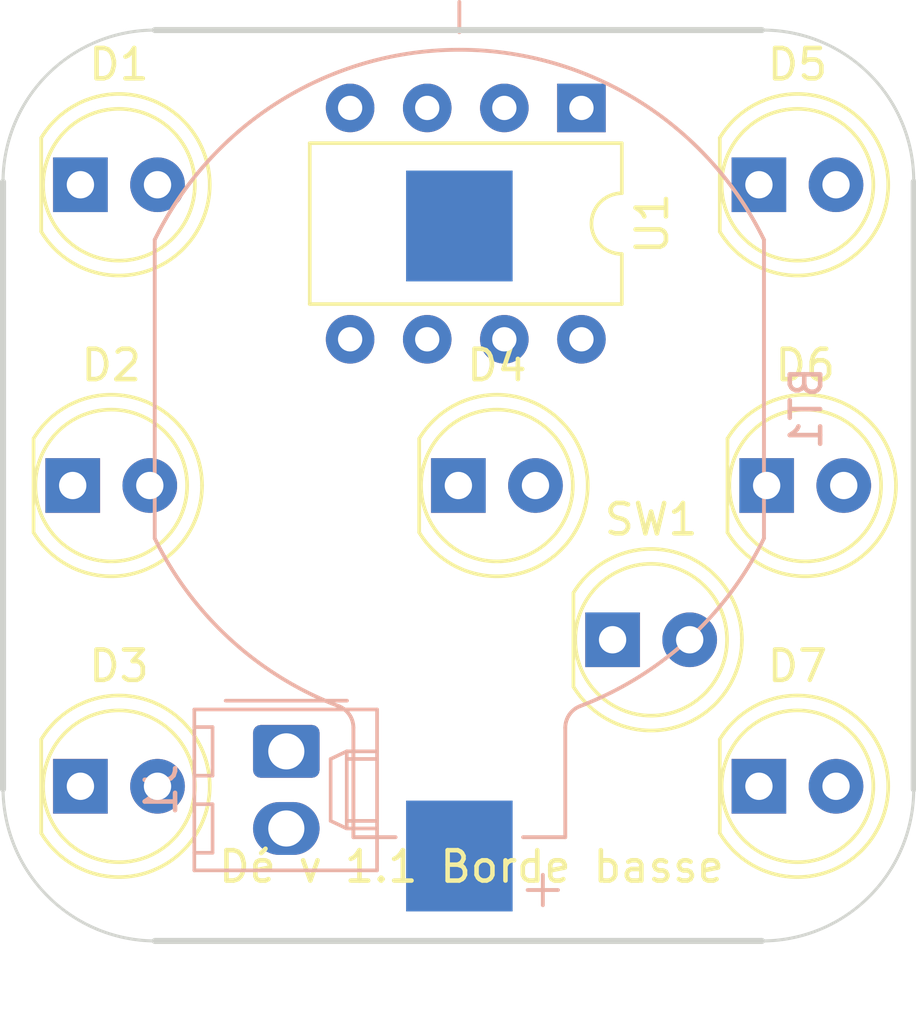
<source format=kicad_pcb>
(kicad_pcb (version 20221018) (generator pcbnew)
  (layers (0 "F.Cu" signal) (31 "B.Cu" signal) (34 "B.Paste" user) (35 "F.Paste" user) (36 "B.SilkS" user "B.Silkscreen") (37 "F.SilkS" user "F.Silkscreen") (38 "B.Mask" user) (39 "F.Mask" user) (44 "Edge.Cuts" user))
  (net 0 "")
  (net 1 "GND")
  (net 2 "Net-(J1-Pin_2)")
  (net 3 "Net-(D1-A)")
  (net 4 "Net-(D2-A)")
  (net 5 "Net-(D3-A)")
  (net 6 "+3V3")
  (net 7 "Net-(D4-A)")
  (net 8 "Net-(U1-XTAL2{slash}PB4)")
  (footprint "LED_THT:LED_D5.0mm" (layer "F.Cu") (at 188.463 98.044)
    (fp_text reference "D2" (at 1.27 -3.96) (layer "F.SilkS"))
    (fp_text value "LED")
    (fp_line (start -1.29 -1.545) (end -1.29 1.545) (stroke (width 0.12)) (layer "F.SilkS"))
    (fp_arc (start -1.29 -1.54483) (mid 2.072002 -2.880433) (end 4.26 0.000462) (stroke (width 0.12)) (layer "F.SilkS"))
    (fp_arc (start 4.26 -0.000462) (mid 2.072002 2.880433) (end -1.29 1.54483) (stroke (width 0.12)) (layer "F.SilkS"))
    (fp_circle (center 1.27 0) (end 3.77 0) (stroke (width 0.12)) (fill none) (layer "F.SilkS"))
    (pad "1" thru_hole rect (at 0 0) (size 1.8 1.8) (drill 0.9) (layers "*.Cu" "*.Mask") (net 1 "GND"))
    (pad "2" thru_hole circle (at 2.54 0) (size 1.8 1.8) (drill 0.9) (layers "*.Cu" "*.Mask") (net 4 "Net-(D2-A)"))
  )
  (footprint "LED_THT:LED_D5.0mm" (layer "F.Cu") (at 201.168 98.044)
    (fp_text reference "D4" (at 1.27 -3.96) (layer "F.SilkS"))
    (fp_text value "LED")
    (fp_line (start -1.29 -1.545) (end -1.29 1.545) (stroke (width 0.12)) (layer "F.SilkS"))
    (fp_arc (start -1.29 -1.54483) (mid 2.072002 -2.880433) (end 4.26 0.000462) (stroke (width 0.12)) (layer "F.SilkS"))
    (fp_arc (start 4.26 -0.000462) (mid 2.072002 2.880433) (end -1.29 1.54483) (stroke (width 0.12)) (layer "F.SilkS"))
    (fp_circle (center 1.27 0) (end 3.77 0) (stroke (width 0.12)) (fill none) (layer "F.SilkS"))
    (pad "1" thru_hole rect (at 0 0) (size 1.8 1.8) (drill 0.9) (layers "*.Cu" "*.Mask") (net 1 "GND"))
    (pad "2" thru_hole circle (at 2.54 0) (size 1.8 1.8) (drill 0.9) (layers "*.Cu" "*.Mask") (net 7 "Net-(D4-A)"))
  )
  (footprint "LED_THT:LED_D5.0mm" (layer "F.Cu") (at 211.069 107.95)
    (fp_text reference "D7" (at 1.27 -3.96) (layer "F.SilkS"))
    (fp_text value "LED")
    (fp_line (start -1.29 -1.545) (end -1.29 1.545) (stroke (width 0.12)) (layer "F.SilkS"))
    (fp_arc (start -1.29 -1.54483) (mid 2.072002 -2.880433) (end 4.26 0.000462) (stroke (width 0.12)) (layer "F.SilkS"))
    (fp_arc (start 4.26 -0.000462) (mid 2.072002 2.880433) (end -1.29 1.54483) (stroke (width 0.12)) (layer "F.SilkS"))
    (fp_circle (center 1.27 0) (end 3.77 0) (stroke (width 0.12)) (fill none) (layer "F.SilkS"))
    (pad "1" thru_hole rect (at 0 0) (size 1.8 1.8) (drill 0.9) (layers "*.Cu" "*.Mask") (net 1 "GND"))
    (pad "2" thru_hole circle (at 2.54 0) (size 1.8 1.8) (drill 0.9) (layers "*.Cu" "*.Mask") (net 3 "Net-(D1-A)"))
  )
  (footprint "LED_THT:LED_D5.0mm" (layer "F.Cu") (at 211.069 88.138)
    (fp_text reference "D5" (at 1.27 -3.96) (layer "F.SilkS"))
    (fp_text value "LED")
    (fp_line (start -1.29 -1.545) (end -1.29 1.545) (stroke (width 0.12)) (layer "F.SilkS"))
    (fp_arc (start -1.29 -1.54483) (mid 2.072002 -2.880433) (end 4.26 0.000462) (stroke (width 0.12)) (layer "F.SilkS"))
    (fp_arc (start 4.26 -0.000462) (mid 2.072002 2.880433) (end -1.29 1.54483) (stroke (width 0.12)) (layer "F.SilkS"))
    (fp_circle (center 1.27 0) (end 3.77 0) (stroke (width 0.12)) (fill none) (layer "F.SilkS"))
    (pad "1" thru_hole rect (at 0 0) (size 1.8 1.8) (drill 0.9) (layers "*.Cu" "*.Mask") (net 1 "GND"))
    (pad "2" thru_hole circle (at 2.54 0) (size 1.8 1.8) (drill 0.9) (layers "*.Cu" "*.Mask") (net 5 "Net-(D3-A)"))
  )
  (footprint "LED_THT:LED_D5.0mm" (layer "F.Cu") (at 211.323 98.044)
    (fp_text reference "D6" (at 1.27 -3.96) (layer "F.SilkS"))
    (fp_text value "LED")
    (fp_line (start -1.29 -1.545) (end -1.29 1.545) (stroke (width 0.12)) (layer "F.SilkS"))
    (fp_arc (start -1.29 -1.54483) (mid 2.072002 -2.880433) (end 4.26 0.000462) (stroke (width 0.12)) (layer "F.SilkS"))
    (fp_arc (start 4.26 -0.000462) (mid 2.072002 2.880433) (end -1.29 1.54483) (stroke (width 0.12)) (layer "F.SilkS"))
    (fp_circle (center 1.27 0) (end 3.77 0) (stroke (width 0.12)) (fill none) (layer "F.SilkS"))
    (pad "1" thru_hole rect (at 0 0) (size 1.8 1.8) (drill 0.9) (layers "*.Cu" "*.Mask") (net 1 "GND"))
    (pad "2" thru_hole circle (at 2.54 0) (size 1.8 1.8) (drill 0.9) (layers "*.Cu" "*.Mask") (net 4 "Net-(D2-A)"))
  )
  (footprint "Package_DIP:DIP-8_W7.62mm" (layer "F.Cu") (at 205.222 85.608 -90)
    (fp_text reference "U1" (at 3.81 -2.33 90) (layer "F.SilkS"))
    (fp_text value "ATtiny85-20P")
    (fp_line (start 1.16 -1.33) (end 1.16 8.95) (stroke (width 0.12)) (layer "F.SilkS"))
    (fp_line (start 1.16 8.95) (end 6.46 8.95) (stroke (width 0.12)) (layer "F.SilkS"))
    (fp_line (start 2.81 -1.33) (end 1.16 -1.33) (stroke (width 0.12)) (layer "F.SilkS"))
    (fp_line (start 6.46 -1.33) (end 4.81 -1.33) (stroke (width 0.12)) (layer "F.SilkS"))
    (fp_line (start 6.46 8.95) (end 6.46 -1.33) (stroke (width 0.12)) (layer "F.SilkS"))
    (fp_arc (start 4.81 -1.33) (mid 3.81 -0.33) (end 2.81 -1.33) (stroke (width 0.12)) (layer "F.SilkS"))
    (pad "1" thru_hole rect (at 0 0 270) (size 1.6 1.6) (drill 0.8) (layers "*.Cu" "*.Mask") (net 6 "+3V3"))
    (pad "2" thru_hole oval (at 0 2.54 270) (size 1.6 1.6) (drill 0.8) (layers "*.Cu" "*.Mask") (net 7 "Net-(D4-A)"))
    (pad "3" thru_hole oval (at 0 5.08 270) (size 1.6 1.6) (drill 0.8) (layers "*.Cu" "*.Mask") (net 8 "Net-(U1-XTAL2{slash}PB4)"))
    (pad "4" thru_hole oval (at 0 7.62 270) (size 1.6 1.6) (drill 0.8) (layers "*.Cu" "*.Mask") (net 1 "GND"))
    (pad "5" thru_hole oval (at 7.62 7.62 270) (size 1.6 1.6) (drill 0.8) (layers "*.Cu" "*.Mask") (net 3 "Net-(D1-A)"))
    (pad "6" thru_hole oval (at 7.62 5.08 270) (size 1.6 1.6) (drill 0.8) (layers "*.Cu" "*.Mask") (net 4 "Net-(D2-A)"))
    (pad "7" thru_hole oval (at 7.62 2.54 270) (size 1.6 1.6) (drill 0.8) (layers "*.Cu" "*.Mask") (net 5 "Net-(D3-A)"))
    (pad "8" thru_hole oval (at 7.62 0 270) (size 1.6 1.6) (drill 0.8) (layers "*.Cu" "*.Mask") (net 6 "+3V3"))
  )
  (footprint "LED_THT:LED_D5.0mm" (layer "F.Cu") (at 206.248 103.124)
    (fp_text reference "SW1" (at 1.27 -3.96) (layer "F.SilkS"))
    (fp_text value "SW_Push")
    (fp_line (start -1.29 -1.545) (end -1.29 1.545) (stroke (width 0.12)) (layer "F.SilkS"))
    (fp_arc (start -1.29 -1.54483) (mid 2.072002 -2.880433) (end 4.26 0.000462) (stroke (width 0.12)) (layer "F.SilkS"))
    (fp_arc (start 4.26 -0.000462) (mid 2.072002 2.880433) (end -1.29 1.54483) (stroke (width 0.12)) (layer "F.SilkS"))
    (fp_circle (center 1.27 0) (end 3.77 0) (stroke (width 0.12)) (fill none) (layer "F.SilkS"))
    (pad "1" thru_hole rect (at 0 0) (size 1.8 1.8) (drill 0.9) (layers "*.Cu" "*.Mask") (net 8 "Net-(U1-XTAL2{slash}PB4)"))
    (pad "2" thru_hole circle (at 2.54 0) (size 1.8 1.8) (drill 0.9) (layers "*.Cu" "*.Mask") (net 1 "GND"))
  )
  (footprint "LED_THT:LED_D5.0mm" (layer "F.Cu") (at 188.717 88.138)
    (fp_text reference "D1" (at 1.27 -3.96) (layer "F.SilkS"))
    (fp_text value "LED")
    (fp_line (start -1.29 -1.545) (end -1.29 1.545) (stroke (width 0.12)) (layer "F.SilkS"))
    (fp_arc (start -1.29 -1.54483) (mid 2.072002 -2.880433) (end 4.26 0.000462) (stroke (width 0.12)) (layer "F.SilkS"))
    (fp_arc (start 4.26 -0.000462) (mid 2.072002 2.880433) (end -1.29 1.54483) (stroke (width 0.12)) (layer "F.SilkS"))
    (fp_circle (center 1.27 0) (end 3.77 0) (stroke (width 0.12)) (fill none) (layer "F.SilkS"))
    (pad "1" thru_hole rect (at 0 0) (size 1.8 1.8) (drill 0.9) (layers "*.Cu" "*.Mask") (net 1 "GND"))
    (pad "2" thru_hole circle (at 2.54 0) (size 1.8 1.8) (drill 0.9) (layers "*.Cu" "*.Mask") (net 3 "Net-(D1-A)"))
  )
  (footprint "LED_THT:LED_D5.0mm" (layer "F.Cu") (at 188.717 107.95)
    (fp_text reference "D3" (at 1.27 -3.96) (layer "F.SilkS"))
    (fp_text value "LED")
    (fp_line (start -1.29 -1.545) (end -1.29 1.545) (stroke (width 0.12)) (layer "F.SilkS"))
    (fp_arc (start -1.29 -1.54483) (mid 2.072002 -2.880433) (end 4.26 0.000462) (stroke (width 0.12)) (layer "F.SilkS"))
    (fp_arc (start 4.26 -0.000462) (mid 2.072002 2.880433) (end -1.29 1.54483) (stroke (width 0.12)) (layer "F.SilkS"))
    (fp_circle (center 1.27 0) (end 3.77 0) (stroke (width 0.12)) (fill none) (layer "F.SilkS"))
    (pad "1" thru_hole rect (at 0 0) (size 1.8 1.8) (drill 0.9) (layers "*.Cu" "*.Mask") (net 1 "GND"))
    (pad "2" thru_hole circle (at 2.54 0) (size 1.8 1.8) (drill 0.9) (layers "*.Cu" "*.Mask") (net 5 "Net-(D3-A)"))
  )
  (footprint "2032_holder_smd:KEYSTONE_1070TR" (layer "B.Cu") (at 201.2 94.86675 90)
    (fp_text reference "BT1" (at -0.635 11.43 90) (layer "B.SilkS") (effects (justify mirror)))
    (fp_text value "1070TR")
    (fp_line (start -17 2.75) (end -16 2.75) (stroke (width 0.127)) (layer "B.SilkS"))
    (fp_line (start -16.5 3.25) (end -16.5 2.25) (stroke (width 0.127)) (layer "B.SilkS"))
    (fp_line (start -14.76 -3.49) (end -11.154 -3.49) (stroke (width 0.127)) (layer "B.SilkS"))
    (fp_line (start -14.76 -2.1) (end -14.76 -3.49) (stroke (width 0.127)) (layer "B.SilkS"))
    (fp_line (start -14.76 3.49) (end -14.76 2.1) (stroke (width 0.127)) (layer "B.SilkS"))
    (fp_line (start -14.76 3.49) (end -11.154 3.49) (stroke (width 0.127)) (layer "B.SilkS"))
    (fp_line (start -4.91726 -10.035) (end 4.91726 -10.035) (stroke (width 0.127)) (layer "B.SilkS"))
    (fp_line (start -4.91726 10.035) (end 4.91726 10.035) (stroke (width 0.127)) (layer "B.SilkS"))
    (fp_line (start 11.75 0) (end 12.75 0) (stroke (width 0.127)) (layer "B.SilkS"))
    (fp_arc (start -11.154 3.49) (mid -10.721681 3.624518) (end -10.442 3.98057) (stroke (width 0.127)) (layer "B.SilkS"))
    (fp_arc (start -10.442 -3.98057) (mid -10.721681 -3.624518) (end -11.154 -3.49) (stroke (width 0.127)) (layer "B.SilkS"))
    (fp_arc (start -10.442 -3.98057) (mid -8.25474 -7.53258) (end -4.91726 -10.035) (stroke (width 0.127)) (layer "B.SilkS"))
    (fp_arc (start -4.91726 10.035) (mid -8.25474 7.53258) (end -10.442 3.98057) (stroke (width 0.127)) (layer "B.SilkS"))
    (fp_arc (start 4.91726 -10.035) (mid 11.174985 0) (end 4.91726 10.035) (stroke (width 0.127)) (layer "B.SilkS"))
    (pad "N" smd rect (at 5.37 0 90) (size 3.65 3.51) (layers "B.Cu" "B.Paste" "B.Mask") (net 1 "GND"))
    (pad "P" smd rect (at -15.38 0 90) (size 3.65 3.51) (layers "B.Cu" "B.Paste" "B.Mask") (net 2 "Net-(J1-Pin_2)"))
  )
  (footprint "Connector_Molex:Molex_KK-254_AE-6410-02A_1x02_P2.54mm_Vertical" (layer "B.Cu") (at 195.5 106.8 -90)
    (fp_text reference "J1" (at 1.27 4.12 90) (layer "B.SilkS") (effects (justify mirror)))
    (fp_text value "Conn_01x02_Female")
    (fp_line (start -1.67 2) (end -1.67 -2) (stroke (width 0.12)) (layer "B.SilkS"))
    (fp_line (start -1.38 -2.99) (end 3.92 -2.99) (stroke (width 0.12)) (layer "B.SilkS"))
    (fp_line (start -1.38 3.03) (end -1.38 -2.99) (stroke (width 0.12)) (layer "B.SilkS"))
    (fp_line (start -0.8 2.43) (end 0.8 2.43) (stroke (width 0.12)) (layer "B.SilkS"))
    (fp_line (start -0.8 3.03) (end -0.8 2.43) (stroke (width 0.12)) (layer "B.SilkS"))
    (fp_line (start 0 -2.99) (end 0 -1.99) (stroke (width 0.12)) (layer "B.SilkS"))
    (fp_line (start 0 -1.99) (end 0.25 -1.46) (stroke (width 0.12)) (layer "B.SilkS"))
    (fp_line (start 0 -1.99) (end 2.54 -1.99) (stroke (width 0.12)) (layer "B.SilkS"))
    (fp_line (start 0.25 -2.99) (end 0.25 -1.99) (stroke (width 0.12)) (layer "B.SilkS"))
    (fp_line (start 0.25 -1.46) (end 2.29 -1.46) (stroke (width 0.12)) (layer "B.SilkS"))
    (fp_line (start 0.8 2.43) (end 0.8 3.03) (stroke (width 0.12)) (layer "B.SilkS"))
    (fp_line (start 1.74 2.43) (end 3.34 2.43) (stroke (width 0.12)) (layer "B.SilkS"))
    (fp_line (start 1.74 3.03) (end 1.74 2.43) (stroke (width 0.12)) (layer "B.SilkS"))
    (fp_line (start 2.29 -2.99) (end 2.29 -1.99) (stroke (width 0.12)) (layer "B.SilkS"))
    (fp_line (start 2.29 -1.46) (end 2.54 -1.99) (stroke (width 0.12)) (layer "B.SilkS"))
    (fp_line (start 2.54 -1.99) (end 2.54 -2.99) (stroke (width 0.12)) (layer "B.SilkS"))
    (fp_line (start 3.34 2.43) (end 3.34 3.03) (stroke (width 0.12)) (layer "B.SilkS"))
    (fp_line (start 3.92 -2.99) (end 3.92 3.03) (stroke (width 0.12)) (layer "B.SilkS"))
    (fp_line (start 3.92 3.03) (end -1.38 3.03) (stroke (width 0.12)) (layer "B.SilkS"))
    (pad "1" thru_hole roundrect (at 0 0 270) (size 1.74 2.19) (drill 1.19) (layers "*.Cu" "*.Mask") (roundrect_rratio 0.143678) (net 6 "+3V3"))
    (pad "2" thru_hole oval (at 2.54 0 270) (size 1.74 2.19) (drill 1.19) (layers "*.Cu" "*.Mask") (net 2 "Net-(J1-Pin_2)"))
  )
  (gr_arc (start 191.168 113.044) (mid 187.641745 111.570255) (end 186.168 108.044) (stroke (width 0.1)) (layer "Edge.Cuts"))
  (gr_line (start 186.168 108.044) (end 186.168 88.044) (stroke (width 0.2)) (layer "Edge.Cuts"))
  (gr_line (start 191.168 83.044) (end 211.168 83.044) (stroke (width 0.2)) (layer "Edge.Cuts"))
  (gr_line (start 211.168 113.044) (end 191.168 113.044) (stroke (width 0.2)) (layer "Edge.Cuts"))
  (gr_line (start 216.168 88.044) (end 216.168 108.044) (stroke (width 0.2)) (layer "Edge.Cuts"))
  (gr_arc (start 211.168 83.044) (mid 214.713002 84.498998) (end 216.168 88.044) (stroke (width 0.1)) (layer "Edge.Cuts"))
  (gr_arc (start 216.168 108.044) (mid 214.703534 111.579534) (end 211.168 113.044) (stroke (width 0.1)) (layer "Edge.Cuts"))
  (gr_arc (start 186.168 88.044) (mid 187.632466 84.508466) (end 191.168 83.044) (stroke (width 0.1)) (layer "Edge.Cuts"))
  (gr_text "Dé v 1.1 Borde basse" (at 201.6 110.6) (layer "F.SilkS") (effects (font (size 1 1))))
)
</source>
